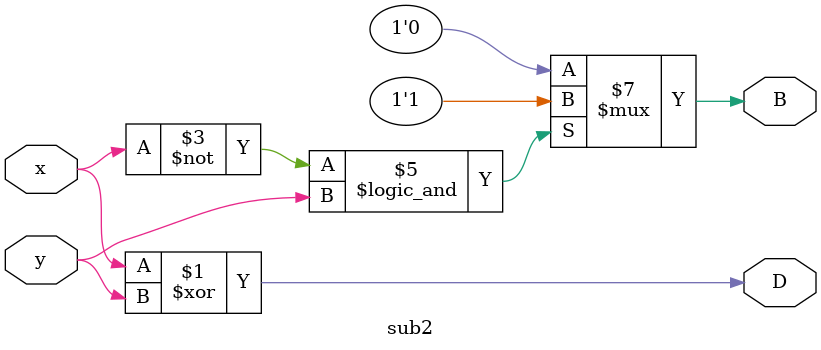
<source format=v>
module sub2(x, y, D, B);
input x, y;
output D, B;
assign D = x ^ y;
reg B;
always @(x, y)
begin
    B = 0;
    if(x == 0 && y == 1) begin
        B = 1;
    end
end
endmodule

</source>
